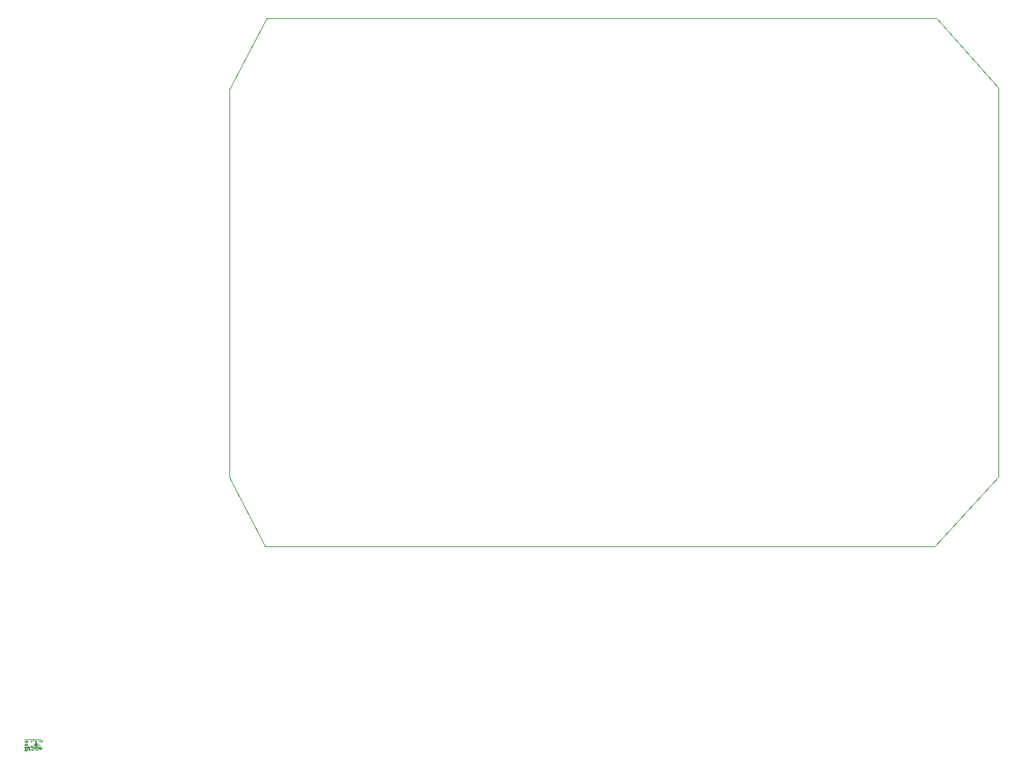
<source format=gm1>
%FSTAX24Y24*%
%MOIN*%
G70*
G01*
G75*
G04 Layer_Color=16711935*
%ADD10R,0.0050X0.1000*%
%ADD11R,0.0440X0.0400*%
%ADD12R,0.0400X0.0440*%
%ADD13R,0.0440X0.0400*%
%ADD14R,0.0240X0.0870*%
%ADD15R,0.0240X0.0870*%
%ADD16R,0.1380X0.0480*%
%ADD17C,0.0160*%
%ADD18C,0.0240*%
%ADD19C,0.0120*%
%ADD20C,0.0200*%
%ADD21O,0.0600X0.1200*%
%ADD22O,0.1200X0.0600*%
%ADD23C,0.1250*%
%ADD24C,0.0400*%
%ADD25C,0.0060*%
%ADD26C,0.0050*%
%ADD27C,0.0020*%
%ADD28C,0.0100*%
%ADD29C,0.0034*%
%ADD30R,0.0130X0.1080*%
%ADD31R,0.0520X0.0480*%
%ADD32R,0.0480X0.0520*%
%ADD33R,0.0520X0.0480*%
%ADD34R,0.0320X0.0950*%
%ADD35R,0.0320X0.0950*%
%ADD36R,0.1460X0.0560*%
%ADD37O,0.0680X0.1280*%
%ADD38O,0.1280X0.0680*%
%ADD39C,0.1330*%
%ADD40C,0.0480*%
%ADD41C,0.0005*%
%ADD42C,0.0000*%
D41*
X000986Y000506D02*
G03*
X000986Y000506I-00001J0D01*
G01*
Y000514D02*
G03*
X000986Y000514I-00001J0D01*
G01*
Y00043D02*
G03*
X000986Y00043I-00001J0D01*
G01*
Y000438D02*
G03*
X000986Y000438I-00001J0D01*
G01*
X00096Y00043D02*
G03*
X00096Y00043I-00001J0D01*
G01*
Y000438D02*
G03*
X00096Y000438I-00001J0D01*
G01*
X000935Y00043D02*
G03*
X000935Y00043I-00001J0D01*
G01*
Y000438D02*
G03*
X000935Y000438I-00001J0D01*
G01*
X000909Y00043D02*
G03*
X000909Y00043I-00001J0D01*
G01*
Y000438D02*
G03*
X000909Y000438I-00001J0D01*
G01*
X000884Y00043D02*
G03*
X000884Y00043I-00001J0D01*
G01*
Y000438D02*
G03*
X000884Y000438I-00001J0D01*
G01*
X000859Y00043D02*
G03*
X000859Y00043I-00001J0D01*
G01*
Y000438D02*
G03*
X000859Y000438I-00001J0D01*
G01*
X000808Y00043D02*
G03*
X000808Y00043I-00001J0D01*
G01*
Y000438D02*
G03*
X000808Y000438I-00001J0D01*
G01*
X000782Y00043D02*
G03*
X000782Y00043I-00001J0D01*
G01*
Y000438D02*
G03*
X000782Y000438I-00001J0D01*
G01*
X000757Y00043D02*
G03*
X000757Y00043I-00001J0D01*
G01*
Y000438D02*
G03*
X000757Y000438I-00001J0D01*
G01*
X000732Y00043D02*
G03*
X000732Y00043I-00001J0D01*
G01*
Y000438D02*
G03*
X000732Y000438I-00001J0D01*
G01*
X000706Y00043D02*
G03*
X000706Y00043I-00001J0D01*
G01*
Y000438D02*
G03*
X000706Y000438I-00001J0D01*
G01*
X000681Y00043D02*
G03*
X000681Y00043I-00001J0D01*
G01*
Y000438D02*
G03*
X000681Y000438I-00001J0D01*
G01*
X000655Y00043D02*
G03*
X000655Y00043I-00001J0D01*
G01*
Y000438D02*
G03*
X000655Y000438I-00001J0D01*
G01*
Y000506D02*
G03*
X000655Y000506I-00001J0D01*
G01*
Y000514D02*
G03*
X000655Y000514I-00001J0D01*
G01*
X000681Y000506D02*
G03*
X000681Y000506I-00001J0D01*
G01*
Y000514D02*
G03*
X000681Y000514I-00001J0D01*
G01*
X000706Y000506D02*
G03*
X000706Y000506I-00001J0D01*
G01*
Y000514D02*
G03*
X000706Y000514I-00001J0D01*
G01*
X000732Y000506D02*
G03*
X000732Y000506I-00001J0D01*
G01*
Y000514D02*
G03*
X000732Y000514I-00001J0D01*
G01*
X000757Y000506D02*
G03*
X000757Y000506I-00001J0D01*
G01*
Y000514D02*
G03*
X000757Y000514I-00001J0D01*
G01*
X000782Y000506D02*
G03*
X000782Y000506I-00001J0D01*
G01*
Y000514D02*
G03*
X000782Y000514I-00001J0D01*
G01*
X000833Y000506D02*
G03*
X000833Y000506I-00001J0D01*
G01*
Y000514D02*
G03*
X000833Y000514I-00001J0D01*
G01*
X000859Y000506D02*
G03*
X000859Y000506I-00001J0D01*
G01*
Y000514D02*
G03*
X000859Y000514I-00001J0D01*
G01*
X000884Y000506D02*
G03*
X000884Y000506I-00001J0D01*
G01*
Y000514D02*
G03*
X000884Y000514I-00001J0D01*
G01*
X000909Y000506D02*
G03*
X000909Y000506I-00001J0D01*
G01*
Y000514D02*
G03*
X000909Y000514I-00001J0D01*
G01*
X000935Y000506D02*
G03*
X000935Y000506I-00001J0D01*
G01*
Y000514D02*
G03*
X000935Y000514I-00001J0D01*
G01*
X00096Y000506D02*
G03*
X00096Y000506I-00001J0D01*
G01*
Y000514D02*
G03*
X00096Y000514I-00001J0D01*
G01*
X000619Y000811D02*
G03*
X000619Y000811I-00001J0D01*
G01*
X000645D02*
G03*
X000645Y000811I-00001J0D01*
G01*
X000711Y000329D02*
G03*
X000711Y000329I-00001J0D01*
G01*
X000736D02*
G03*
X000736Y000329I-00001J0D01*
G01*
X001097Y000379D02*
G03*
X001097Y000379I-000015J0D01*
G01*
X000586Y000329D02*
G03*
X000586Y000329I-000025J0D01*
G01*
X000812D02*
G03*
X000812Y000329I-00001J0D01*
G01*
X00067Y000811D02*
G03*
X00067Y000811I-00001J0D01*
G01*
X000721D02*
G03*
X000721Y000811I-00001J0D01*
G01*
X000746D02*
G03*
X000746Y000811I-00001J0D01*
G01*
X000772D02*
G03*
X000772Y000811I-00001J0D01*
G01*
X000797D02*
G03*
X000797Y000811I-00001J0D01*
G01*
X000822D02*
G03*
X000822Y000811I-00001J0D01*
G01*
X000848D02*
G03*
X000848Y000811I-00001J0D01*
G01*
X000888D02*
G03*
X000888Y000811I-00001J0D01*
G01*
X000914D02*
G03*
X000914Y000811I-00001J0D01*
G01*
X000939D02*
G03*
X000939Y000811I-00001J0D01*
G01*
X000965D02*
G03*
X000965Y000811I-00001J0D01*
G01*
X00099D02*
G03*
X00099Y000811I-00001J0D01*
G01*
X001015D02*
G03*
X001015Y000811I-00001J0D01*
G01*
X001041D02*
G03*
X001041Y000811I-00001J0D01*
G01*
X001066D02*
G03*
X001066Y000811I-00001J0D01*
G01*
X000761Y000329D02*
G03*
X000761Y000329I-00001J0D01*
G01*
X000787D02*
G03*
X000787Y000329I-00001J0D01*
G01*
X000888D02*
G03*
X000888Y000329I-00001J0D01*
G01*
X00099D02*
G03*
X00099Y000329I-00001J0D01*
G01*
X000965D02*
G03*
X000965Y000329I-00001J0D01*
G01*
X000939D02*
G03*
X000939Y000329I-00001J0D01*
G01*
X001015D02*
G03*
X001015Y000329I-00001J0D01*
G01*
X001041D02*
G03*
X001041Y000329I-00001J0D01*
G01*
X001066D02*
G03*
X001066Y000329I-00001J0D01*
G01*
X000939Y000743D02*
G03*
X000939Y000743I-00001J0D01*
G01*
X000965D02*
G03*
X000965Y000743I-00001J0D01*
G01*
X00099D02*
G03*
X00099Y000743I-00001J0D01*
G01*
X001015D02*
G03*
X001015Y000743I-00001J0D01*
G01*
X000297Y000548D02*
G03*
X000297Y000548I-000006J0D01*
G01*
Y000558D02*
G03*
X000297Y000558I-000006J0D01*
G01*
X000284Y000579D02*
G03*
X000284Y000579I-000006J0D01*
G01*
Y000589D02*
G03*
X000284Y000589I-000006J0D01*
G01*
X00031Y000579D02*
G03*
X00031Y000579I-000006J0D01*
G01*
Y000589D02*
G03*
X00031Y000589I-000006J0D01*
G01*
X000939Y000354D02*
G03*
X000939Y000354I-00001J0D01*
G01*
X000965D02*
G03*
X000965Y000354I-00001J0D01*
G01*
X00099D02*
G03*
X00099Y000354I-00001J0D01*
G01*
X001015D02*
G03*
X001015Y000354I-00001J0D01*
G01*
X001041D02*
G03*
X001041Y000354I-00001J0D01*
G01*
X001066D02*
G03*
X001066Y000354I-00001J0D01*
G01*
X000888Y000565D02*
G03*
X000888Y000565I-00001J0D01*
G01*
Y000591D02*
G03*
X000888Y000591I-00001J0D01*
G01*
Y000616D02*
G03*
X000888Y000616I-00001J0D01*
G01*
X000587Y000817D02*
G03*
X000587Y000817I-00001J0D01*
G01*
Y000791D02*
G03*
X000587Y000791I-00001J0D01*
G01*
X000561Y000817D02*
G03*
X000561Y000817I-00001J0D01*
G01*
Y000791D02*
G03*
X000561Y000791I-00001J0D01*
G01*
X000536Y000817D02*
G03*
X000536Y000817I-00001J0D01*
G01*
Y000791D02*
G03*
X000536Y000791I-00001J0D01*
G01*
X000511Y000817D02*
G03*
X000511Y000817I-00001J0D01*
G01*
Y000791D02*
G03*
X000511Y000791I-00001J0D01*
G01*
X000485Y000817D02*
G03*
X000485Y000817I-00001J0D01*
G01*
Y000791D02*
G03*
X000485Y000791I-00001J0D01*
G01*
X00046Y000817D02*
G03*
X00046Y000817I-00001J0D01*
G01*
Y000791D02*
G03*
X00046Y000791I-00001J0D01*
G01*
X000434Y000817D02*
G03*
X000434Y000817I-00001J0D01*
G01*
Y000791D02*
G03*
X000434Y000791I-00001J0D01*
G01*
X000409Y000817D02*
G03*
X000409Y000817I-00001J0D01*
G01*
Y000791D02*
G03*
X000409Y000791I-00001J0D01*
G01*
X000384Y000817D02*
G03*
X000384Y000817I-00001J0D01*
G01*
Y000791D02*
G03*
X000384Y000791I-00001J0D01*
G01*
X000358Y000817D02*
G03*
X000358Y000817I-00001J0D01*
G01*
Y000791D02*
G03*
X000358Y000791I-00001J0D01*
G01*
X000333D02*
G03*
X000333Y000791I-00001J0D01*
G01*
X000307Y000817D02*
G03*
X000307Y000817I-00001J0D01*
G01*
Y000791D02*
G03*
X000307Y000791I-00001J0D01*
G01*
X000282Y000817D02*
G03*
X000282Y000817I-00001J0D01*
G01*
Y000791D02*
G03*
X000282Y000791I-00001J0D01*
G01*
X00039Y00032D02*
G03*
X00039Y00032I-000018J0D01*
G01*
X000375D02*
G03*
X000375Y00032I-000018J0D01*
G01*
X000351Y000363D02*
G03*
X000351Y000363I-000018J0D01*
G01*
Y000379D02*
G03*
X000351Y000379I-000018J0D01*
G01*
X000965Y000616D02*
G03*
X000965Y000616I-00001J0D01*
G01*
X000939Y000591D02*
G03*
X000939Y000591I-00001J0D01*
G01*
X000965D02*
G03*
X000965Y000591I-00001J0D01*
G01*
X000939Y000565D02*
G03*
X000939Y000565I-00001J0D01*
G01*
X000965D02*
G03*
X000965Y000565I-00001J0D01*
G01*
X000281Y000441D02*
G03*
X000281Y000441I-000012J0D01*
G01*
Y000375D02*
G03*
X000281Y000375I-000012J0D01*
G01*
X000825Y00056D02*
G03*
X000825Y00056I-000009J0D01*
G01*
X000818D02*
G03*
X000818Y00056I-000009J0D01*
G01*
X000825Y000586D02*
G03*
X000825Y000586I-000009J0D01*
G01*
X000818D02*
G03*
X000818Y000586I-000009J0D01*
G01*
X000825Y000611D02*
G03*
X000825Y000611I-000009J0D01*
G01*
X000818D02*
G03*
X000818Y000611I-000009J0D01*
G01*
X000825Y000636D02*
G03*
X000825Y000636I-000009J0D01*
G01*
X000818D02*
G03*
X000818Y000636I-000009J0D01*
G01*
X000825Y000662D02*
G03*
X000825Y000662I-000009J0D01*
G01*
X000818D02*
G03*
X000818Y000662I-000009J0D01*
G01*
X000825Y000687D02*
G03*
X000825Y000687I-000009J0D01*
G01*
X000818D02*
G03*
X000818Y000687I-000009J0D01*
G01*
X000825Y000713D02*
G03*
X000825Y000713I-000009J0D01*
G01*
X000818D02*
G03*
X000818Y000713I-000009J0D01*
G01*
X0008Y00056D02*
G03*
X0008Y00056I-000009J0D01*
G01*
X000793D02*
G03*
X000793Y00056I-000009J0D01*
G01*
X0008Y000586D02*
G03*
X0008Y000586I-000009J0D01*
G01*
X000793D02*
G03*
X000793Y000586I-000009J0D01*
G01*
X0008Y000611D02*
G03*
X0008Y000611I-000009J0D01*
G01*
X000793D02*
G03*
X000793Y000611I-000009J0D01*
G01*
X0008Y000636D02*
G03*
X0008Y000636I-000009J0D01*
G01*
X000793D02*
G03*
X000793Y000636I-000009J0D01*
G01*
X0008Y000662D02*
G03*
X0008Y000662I-000009J0D01*
G01*
X000793D02*
G03*
X000793Y000662I-000009J0D01*
G01*
X0008Y000687D02*
G03*
X0008Y000687I-000009J0D01*
G01*
X000793D02*
G03*
X000793Y000687I-000009J0D01*
G01*
X0008Y000713D02*
G03*
X0008Y000713I-000009J0D01*
G01*
X000793D02*
G03*
X000793Y000713I-000009J0D01*
G01*
X001101Y000686D02*
G03*
X001101Y000686I-00001J0D01*
G01*
Y000711D02*
G03*
X001101Y000711I-00001J0D01*
G01*
Y000737D02*
G03*
X001101Y000737I-00001J0D01*
G01*
Y000788D02*
G03*
X001101Y000788I-00001J0D01*
G01*
Y000813D02*
G03*
X001101Y000813I-00001J0D01*
G01*
X000518Y000478D02*
G03*
X000518Y000478I-00001J0D01*
G01*
Y000452D02*
G03*
X000518Y000452I-00001J0D01*
G01*
Y000427D02*
G03*
X000518Y000427I-00001J0D01*
G01*
Y000402D02*
G03*
X000518Y000402I-00001J0D01*
G01*
Y000376D02*
G03*
X000518Y000376I-00001J0D01*
G01*
Y000351D02*
G03*
X000518Y000351I-00001J0D01*
G01*
Y000325D02*
G03*
X000518Y000325I-00001J0D01*
G01*
Y0003D02*
G03*
X000518Y0003I-00001J0D01*
G01*
X000271Y000471D02*
G03*
X000271Y000471I-000008J0D01*
G01*
X000288D02*
G03*
X000288Y000471I-000008J0D01*
G01*
X000304D02*
G03*
X000304Y000471I-000008J0D01*
G01*
X000493Y000478D02*
G03*
X000493Y000478I-00001J0D01*
G01*
Y000452D02*
G03*
X000493Y000452I-00001J0D01*
G01*
Y000427D02*
G03*
X000493Y000427I-00001J0D01*
G01*
Y000402D02*
G03*
X000493Y000402I-00001J0D01*
G01*
Y000376D02*
G03*
X000493Y000376I-00001J0D01*
G01*
Y000351D02*
G03*
X000493Y000351I-00001J0D01*
G01*
Y000325D02*
G03*
X000493Y000325I-00001J0D01*
G01*
Y0003D02*
G03*
X000493Y0003I-00001J0D01*
G01*
X000985Y000506D02*
Y000514D01*
X000965Y000506D02*
X000985D01*
X000965D02*
Y000514D01*
X000985D01*
Y00043D02*
Y000438D01*
X000965Y00043D02*
X000985D01*
X000965D02*
Y000438D01*
X000985D01*
X00096Y00043D02*
Y000438D01*
X00094Y00043D02*
X00096D01*
X00094D02*
Y000438D01*
X00096D01*
X000935Y00043D02*
Y000438D01*
X000914Y00043D02*
X000935D01*
X000914D02*
Y000438D01*
X000935D01*
X000909Y00043D02*
Y000438D01*
X000889Y00043D02*
X000909D01*
X000889D02*
Y000438D01*
X000909D01*
X000884Y00043D02*
Y000438D01*
X000864Y00043D02*
X000884D01*
X000864D02*
Y000438D01*
X000884D01*
X000859Y00043D02*
Y000438D01*
X000838Y00043D02*
X000859D01*
X000838D02*
Y000438D01*
X000859D01*
X000813Y00042D02*
Y000448D01*
X000833D01*
Y00042D02*
Y000448D01*
X000813Y00042D02*
X000833D01*
X000808Y00043D02*
Y000438D01*
X000787Y00043D02*
X000808D01*
X000787D02*
Y000438D01*
X000808D01*
X000782Y00043D02*
Y000438D01*
X000762Y00043D02*
X000782D01*
X000762D02*
Y000438D01*
X000782D01*
X000757Y00043D02*
Y000438D01*
X000737Y00043D02*
X000757D01*
X000737D02*
Y000438D01*
X000757D01*
X000732Y00043D02*
Y000438D01*
X000711Y00043D02*
X000732D01*
X000711D02*
Y000438D01*
X000732D01*
X000706Y00043D02*
Y000438D01*
X000686Y00043D02*
X000706D01*
X000686D02*
Y000438D01*
X000706D01*
X000681Y00043D02*
Y000438D01*
X00066Y00043D02*
X000681D01*
X00066D02*
Y000438D01*
X000681D01*
X000655Y00043D02*
Y000438D01*
X000635Y00043D02*
X000655D01*
X000635D02*
Y000438D01*
X000655D01*
Y000506D02*
Y000514D01*
X000635Y000506D02*
X000655D01*
X000635D02*
Y000514D01*
X000655D01*
X000681Y000506D02*
Y000514D01*
X00066Y000506D02*
X000681D01*
X00066D02*
Y000514D01*
X000681D01*
X000706Y000506D02*
Y000514D01*
X000686Y000506D02*
X000706D01*
X000686D02*
Y000514D01*
X000706D01*
X000732Y000506D02*
Y000514D01*
X000711Y000506D02*
X000732D01*
X000711D02*
Y000514D01*
X000732D01*
X000757Y000506D02*
Y000514D01*
X000737Y000506D02*
X000757D01*
X000737D02*
Y000514D01*
X000757D01*
X000782Y000506D02*
Y000514D01*
X000762Y000506D02*
X000782D01*
X000762D02*
Y000514D01*
X000782D01*
X000787Y000496D02*
Y000524D01*
X000808D01*
Y000496D02*
Y000524D01*
X000787Y000496D02*
X000808D01*
X000833Y000506D02*
Y000514D01*
X000813Y000506D02*
X000833D01*
X000813D02*
Y000514D01*
X000833D01*
X000859Y000506D02*
Y000514D01*
X000838Y000506D02*
X000859D01*
X000838D02*
Y000514D01*
X000859D01*
X000884Y000506D02*
Y000514D01*
X000864Y000506D02*
X000884D01*
X000864D02*
Y000514D01*
X000884D01*
X000909Y000506D02*
Y000514D01*
X000889Y000506D02*
X000909D01*
X000889D02*
Y000514D01*
X000909D01*
X000935Y000506D02*
Y000514D01*
X000914Y000506D02*
X000935D01*
X000914D02*
Y000514D01*
X000935D01*
X00096Y000506D02*
Y000514D01*
X00094Y000506D02*
X00096D01*
X00094D02*
Y000514D01*
X00096D01*
X000675Y000801D02*
Y000821D01*
X000695D01*
Y000801D02*
Y000821D01*
X000675Y000801D02*
X000695D01*
X000817Y000318D02*
Y000339D01*
X000838D01*
Y000318D02*
Y000339D01*
X000817Y000318D02*
X000838D01*
X000843D02*
Y000339D01*
X000863D01*
Y000318D02*
Y000339D01*
X000843Y000318D02*
X000863D01*
X00102Y000733D02*
Y000753D01*
X001041D01*
Y000733D02*
Y000753D01*
X00102Y000733D02*
X001041D01*
X001046D02*
Y000753D01*
X001066D01*
Y000733D02*
Y000753D01*
X001046Y000733D02*
X001066D01*
X000297Y000562D02*
Y000575D01*
X00031D01*
Y000562D02*
Y000575D01*
X000297Y000562D02*
X00031D01*
X000284D02*
Y000575D01*
X000297D01*
Y000562D02*
Y000575D01*
X000284Y000562D02*
X000297D01*
X000272D02*
Y000575D01*
X000284D01*
Y000562D02*
Y000575D01*
X000272Y000562D02*
X000284D01*
X000297Y000548D02*
Y000558D01*
X000285Y000548D02*
X000297D01*
X000285D02*
Y000558D01*
X000297D01*
X000284Y000579D02*
Y000589D01*
X000272Y000579D02*
X000284D01*
X000272D02*
Y000589D01*
X000284D01*
X00031Y000579D02*
Y000589D01*
X000297Y000579D02*
X00031D01*
X000297D02*
Y000589D01*
X00031D01*
X000919Y000369D02*
Y000389D01*
X000939D01*
Y000369D02*
Y000389D01*
X000919Y000369D02*
X000939D01*
X000944D02*
Y000389D01*
X000965D01*
Y000369D02*
Y000389D01*
X000944Y000369D02*
X000965D01*
X00097D02*
Y000389D01*
X00099D01*
Y000369D02*
Y000389D01*
X00097Y000369D02*
X00099D01*
X000995D02*
Y000389D01*
X001015D01*
Y000369D02*
Y000389D01*
X000995Y000369D02*
X001015D01*
X00102D02*
Y000389D01*
X001041D01*
Y000369D02*
Y000389D01*
X00102Y000369D02*
X001041D01*
X001046D02*
Y000389D01*
X001066D01*
Y000369D02*
Y000389D01*
X001046Y000369D02*
X001066D01*
X000312Y000807D02*
Y000827D01*
X000333D01*
Y000807D02*
Y000827D01*
X000312Y000807D02*
X000333D01*
X000372Y000302D02*
Y000338D01*
X000357Y000302D02*
X000372D01*
X000357D02*
Y000338D01*
X000372D01*
X000376Y000346D02*
Y000396D01*
X000411D01*
Y000346D02*
Y000396D01*
X000376Y000346D02*
X000411D01*
X000351Y000363D02*
Y000379D01*
X000315Y000363D02*
X000351D01*
X000315D02*
Y000379D01*
X000351D01*
X000643Y000336D02*
Y000353D01*
X000656D01*
Y000336D02*
Y000353D01*
X000643Y000336D02*
X000656D01*
X00061Y000329D02*
Y00036D01*
X000642D01*
Y000329D02*
Y00036D01*
X00061Y000329D02*
X000642D01*
X000919Y000606D02*
Y000626D01*
X000939D01*
Y000606D02*
Y000626D01*
X000919Y000606D02*
X000939D01*
X000257Y000408D02*
Y000432D01*
X000281D01*
Y000408D02*
Y000432D01*
X000257Y000408D02*
X000281D01*
X000257Y000384D02*
Y000408D01*
X000281D01*
Y000384D02*
Y000408D01*
X000257Y000384D02*
X000281D01*
X000283Y000429D02*
Y00045D01*
X000302D01*
Y000429D02*
Y00045D01*
X000283Y000429D02*
X000302D01*
X000283Y000366D02*
Y000387D01*
X000302D01*
Y000366D02*
Y000387D01*
X000283Y000366D02*
X000302D01*
X000286Y00039D02*
Y000399D01*
X000305D01*
Y00039D02*
Y000399D01*
X000286Y00039D02*
X000305D01*
X000286Y000397D02*
Y000406D01*
X000305D01*
Y000397D02*
Y000406D01*
X000286Y000397D02*
X000305D01*
X000286Y000416D02*
Y000425D01*
X000305D01*
Y000416D02*
Y000425D01*
X000286Y000416D02*
X000305D01*
X000286Y00041D02*
Y000419D01*
X000305D01*
Y00041D02*
Y000419D01*
X000286Y00041D02*
X000305D01*
X000286Y000403D02*
Y000412D01*
X000305D01*
Y000403D02*
Y000412D01*
X000286Y000403D02*
X000305D01*
X000817Y000551D02*
Y000569D01*
X000809Y000551D02*
X000817D01*
X000809D02*
Y000569D01*
X000817D01*
Y000577D02*
Y000595D01*
X000809Y000577D02*
X000817D01*
X000809D02*
Y000595D01*
X000817D01*
Y000602D02*
Y00062D01*
X000809Y000602D02*
X000817D01*
X000809D02*
Y00062D01*
X000817D01*
Y000628D02*
Y000645D01*
X000809Y000628D02*
X000817D01*
X000809D02*
Y000645D01*
X000817D01*
Y000653D02*
Y000671D01*
X000809Y000653D02*
X000817D01*
X000809D02*
Y000671D01*
X000817D01*
Y000678D02*
Y000696D01*
X000809Y000678D02*
X000817D01*
X000809D02*
Y000696D01*
X000817D01*
Y000704D02*
Y000722D01*
X000809Y000704D02*
X000817D01*
X000809D02*
Y000722D01*
X000817D01*
X0008Y000729D02*
Y000747D01*
X000825D01*
Y000729D02*
Y000747D01*
X0008Y000729D02*
X000825D01*
X000791Y000551D02*
Y000569D01*
X000784Y000551D02*
X000791D01*
X000784D02*
Y000569D01*
X000791D01*
Y000577D02*
Y000595D01*
X000784Y000577D02*
X000791D01*
X000784D02*
Y000595D01*
X000791D01*
Y000602D02*
Y00062D01*
X000784Y000602D02*
X000791D01*
X000784D02*
Y00062D01*
X000791D01*
Y000628D02*
Y000645D01*
X000784Y000628D02*
X000791D01*
X000784D02*
Y000645D01*
X000791D01*
Y000653D02*
Y000671D01*
X000784Y000653D02*
X000791D01*
X000784D02*
Y000671D01*
X000791D01*
Y000678D02*
Y000696D01*
X000784Y000678D02*
X000791D01*
X000784D02*
Y000696D01*
X000791D01*
Y000704D02*
Y000722D01*
X000784Y000704D02*
X000791D01*
X000784D02*
Y000722D01*
X000791D01*
X000775Y000729D02*
Y000747D01*
X0008D01*
Y000729D02*
Y000747D01*
X000775Y000729D02*
X0008D01*
X001081Y000752D02*
Y000772D01*
X001101D01*
Y000752D02*
Y000772D01*
X001081Y000752D02*
X001101D01*
X000549Y000722D02*
Y000762D01*
X000599D01*
Y000722D02*
Y000762D01*
X000549Y000722D02*
X000599D01*
X000549Y000463D02*
Y000503D01*
X000599D01*
Y000463D02*
Y000503D01*
X000549Y000463D02*
X000599D01*
X000398Y000405D02*
Y000426D01*
X000416D01*
Y000405D02*
Y000426D01*
X000398Y000405D02*
X000416D01*
X000417D02*
Y000426D01*
X000435D01*
Y000405D02*
Y000426D01*
X000417Y000405D02*
X000435D01*
X000404Y00054D02*
Y000565D01*
X000415D01*
Y00054D02*
Y000565D01*
X000404Y00054D02*
X000415D01*
X000391D02*
Y000565D01*
X000402D01*
Y00054D02*
Y000565D01*
X000391Y00054D02*
X000402D01*
X000379D02*
Y000565D01*
X00039D01*
Y00054D02*
Y000565D01*
X000379Y00054D02*
X00039D01*
X000366D02*
Y000565D01*
X000377D01*
Y00054D02*
Y000565D01*
X000366Y00054D02*
X000377D01*
X000353D02*
Y000565D01*
X000364D01*
Y00054D02*
Y000565D01*
X000353Y00054D02*
X000364D01*
X000341D02*
Y000565D01*
X000352D01*
Y00054D02*
Y000565D01*
X000341Y00054D02*
X000352D01*
X000328D02*
Y000565D01*
X000339D01*
Y00054D02*
Y000565D01*
X000328Y00054D02*
X000339D01*
X000315D02*
Y000565D01*
X000326D01*
Y00054D02*
Y000565D01*
X000315Y00054D02*
X000326D01*
X000315Y000447D02*
Y000472D01*
X000326D01*
Y000447D02*
Y000472D01*
X000315Y000447D02*
X000326D01*
X000328D02*
Y000472D01*
X000339D01*
Y000447D02*
Y000472D01*
X000328Y000447D02*
X000339D01*
X000341D02*
Y000472D01*
X000352D01*
Y000447D02*
Y000472D01*
X000341Y000447D02*
X000352D01*
X000353D02*
Y000472D01*
X000364D01*
Y000447D02*
Y000472D01*
X000353Y000447D02*
X000364D01*
X000366D02*
Y000472D01*
X000377D01*
Y000447D02*
Y000472D01*
X000366Y000447D02*
X000377D01*
X000379D02*
Y000472D01*
X00039D01*
Y000447D02*
Y000472D01*
X000379Y000447D02*
X00039D01*
X000391D02*
Y000472D01*
X000402D01*
Y000447D02*
Y000472D01*
X000391Y000447D02*
X000402D01*
X000404D02*
Y000472D01*
X000415D01*
Y000447D02*
Y000472D01*
X000404Y000447D02*
X000415D01*
X000724Y000535D02*
Y00055D01*
X000742D01*
Y000535D02*
Y00055D01*
X000724Y000535D02*
X000742D01*
X000747Y000554D02*
Y000569D01*
X000765D01*
Y000554D02*
Y000569D01*
X000747Y000554D02*
X000765D01*
X000724D02*
Y000569D01*
X000742D01*
Y000554D02*
Y000569D01*
X000724Y000554D02*
X000742D01*
X000747Y000535D02*
Y00055D01*
X000765D01*
Y000535D02*
Y00055D01*
X000747Y000535D02*
X000765D01*
X001008Y000413D02*
Y000431D01*
X001028D01*
Y000413D02*
Y000431D01*
X001008Y000413D02*
X001028D01*
X001008Y000432D02*
Y00045D01*
X001028D01*
Y000432D02*
Y00045D01*
X001008Y000432D02*
X001028D01*
X001033Y000413D02*
Y000431D01*
X001053D01*
Y000413D02*
Y000431D01*
X001033Y000413D02*
X001053D01*
X001033Y000432D02*
Y00045D01*
X001053D01*
Y000432D02*
Y00045D01*
X001033Y000432D02*
X001053D01*
X000749Y000596D02*
Y000612D01*
X000768D01*
Y000596D02*
Y000612D01*
X000749Y000596D02*
X000768D01*
X000749Y000576D02*
Y000592D01*
X000768D01*
Y000576D02*
Y000592D01*
X000749Y000576D02*
X000768D01*
X000355Y000578D02*
Y000597D01*
X000371D01*
Y000578D02*
Y000597D01*
X000355Y000578D02*
X000371D01*
X000376D02*
Y000597D01*
X000391D01*
Y000578D02*
Y000597D01*
X000376Y000578D02*
X000391D01*
X000795Y000467D02*
Y000486D01*
X000811D01*
Y000467D02*
Y000486D01*
X000795Y000467D02*
X000811D01*
X000815D02*
Y000486D01*
X000831D01*
Y000467D02*
Y000486D01*
X000815Y000467D02*
X000831D01*
X000722Y000596D02*
Y000612D01*
X000741D01*
Y000596D02*
Y000612D01*
X000722Y000596D02*
X000741D01*
X000722Y000576D02*
Y000592D01*
X000741D01*
Y000576D02*
Y000592D01*
X000722Y000576D02*
X000741D01*
X000292Y00067D02*
Y000689D01*
X000308D01*
Y00067D02*
Y000689D01*
X000292Y00067D02*
X000308D01*
X000272D02*
Y000689D01*
X000288D01*
Y00067D02*
Y000689D01*
X000272Y00067D02*
X000288D01*
X000292Y000747D02*
Y000767D01*
X000308D01*
Y000747D02*
Y000767D01*
X000292Y000747D02*
X000308D01*
X000272D02*
Y000767D01*
X000288D01*
Y000747D02*
Y000767D01*
X000272Y000747D02*
X000288D01*
X000317Y0006D02*
Y00062D01*
X000335D01*
Y0006D02*
Y00062D01*
X000317Y0006D02*
X000335D01*
X000298D02*
Y00062D01*
X000316D01*
Y0006D02*
Y00062D01*
X000298Y0006D02*
X000316D01*
X000319Y00067D02*
Y00069D01*
X000328D01*
Y00067D02*
Y00069D01*
X000319Y00067D02*
X000328D01*
X000377D02*
Y00069D01*
X000386D01*
Y00067D02*
Y00069D01*
X000377Y00067D02*
X000386D01*
X000377Y000726D02*
Y000745D01*
X000386D01*
Y000726D02*
Y000745D01*
X000377Y000726D02*
X000386D01*
X000319D02*
Y000745D01*
X000328D01*
Y000726D02*
Y000745D01*
X000319Y000726D02*
X000328D01*
X000332Y00067D02*
Y00069D01*
X000341D01*
Y00067D02*
Y00069D01*
X000332Y00067D02*
X000341D01*
X000371Y000726D02*
Y000745D01*
X00038D01*
Y000726D02*
Y000745D01*
X000371Y000726D02*
X00038D01*
X000338Y00067D02*
Y00069D01*
X000347D01*
Y00067D02*
Y00069D01*
X000338Y00067D02*
X000347D01*
X000345D02*
Y00069D01*
X000354D01*
Y00067D02*
Y00069D01*
X000345Y00067D02*
X000354D01*
X000351D02*
Y00069D01*
X00036D01*
Y00067D02*
Y00069D01*
X000351Y00067D02*
X00036D01*
X000358D02*
Y00069D01*
X000367D01*
Y00067D02*
Y00069D01*
X000358Y00067D02*
X000367D01*
X000364D02*
Y00069D01*
X000373D01*
Y00067D02*
Y00069D01*
X000364Y00067D02*
X000373D01*
X000371D02*
Y00069D01*
X00038D01*
Y00067D02*
Y00069D01*
X000371Y00067D02*
X00038D01*
X000338Y000726D02*
Y000745D01*
X000347D01*
Y000726D02*
Y000745D01*
X000338Y000726D02*
X000347D01*
X000332D02*
Y000745D01*
X000341D01*
Y000726D02*
Y000745D01*
X000332Y000726D02*
X000341D01*
X000325D02*
Y000745D01*
X000334D01*
Y000726D02*
Y000745D01*
X000325Y000726D02*
X000334D01*
X000325Y00067D02*
Y00069D01*
X000334D01*
Y00067D02*
Y00069D01*
X000325Y00067D02*
X000334D01*
X000364Y000726D02*
Y000745D01*
X000373D01*
Y000726D02*
Y000745D01*
X000364Y000726D02*
X000373D01*
X000358D02*
Y000745D01*
X000367D01*
Y000726D02*
Y000745D01*
X000358Y000726D02*
X000367D01*
X000351D02*
Y000745D01*
X00036D01*
Y000726D02*
Y000745D01*
X000351Y000726D02*
X00036D01*
X000345D02*
Y000745D01*
X000354D01*
Y000726D02*
Y000745D01*
X000345Y000726D02*
X000354D01*
X000264Y000291D02*
Y000318D01*
X000286D01*
Y000291D02*
Y000318D01*
X000264Y000291D02*
X000286D01*
X000302D02*
Y000318D01*
X000324D01*
Y000291D02*
Y000318D01*
X000302Y000291D02*
X000324D01*
X000447Y000468D02*
Y000488D01*
X000467D01*
Y000468D02*
Y000488D01*
X000447Y000468D02*
X000467D01*
X000447Y000442D02*
Y000463D01*
X000467D01*
Y000442D02*
Y000463D01*
X000447Y000442D02*
X000467D01*
X000447Y000417D02*
Y000437D01*
X000467D01*
Y000417D02*
Y000437D01*
X000447Y000417D02*
X000467D01*
X000447Y000391D02*
Y000412D01*
X000467D01*
Y000391D02*
Y000412D01*
X000447Y000391D02*
X000467D01*
X000447Y000366D02*
Y000386D01*
X000467D01*
Y000366D02*
Y000386D01*
X000447Y000366D02*
X000467D01*
X000447Y000341D02*
Y000361D01*
X000467D01*
Y000341D02*
Y000361D01*
X000447Y000341D02*
X000467D01*
X000447Y000315D02*
Y000336D01*
X000467D01*
Y000315D02*
Y000336D01*
X000447Y000315D02*
X000467D01*
X000447Y00029D02*
Y00031D01*
X000467D01*
Y00029D02*
Y00031D01*
X000447Y00029D02*
X000467D01*
D42*
X01Y01325D02*
Y0317D01*
X01175Y03505D01*
X04361D01*
X04653Y03175D01*
Y0133D02*
Y03175D01*
X0435Y01D02*
X04653Y0133D01*
X0117Y01D02*
X0435D01*
X01Y01325D02*
X0117Y01D01*
M02*

</source>
